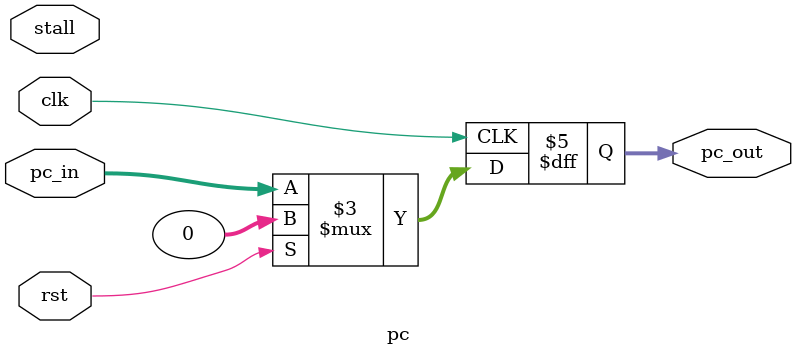
<source format=v>
module pc(
    input  clk, rst , stall, 
    input  [31:0] pc_in, 
    output reg [31:0] pc_out
);

    always @(posedge clk) begin
        if(rst) pc_out <= 0; 
        //else if(stall) pc_out <= pc_out; // pc stall
		else pc_out <= pc_in;
    end

endmodule

</source>
